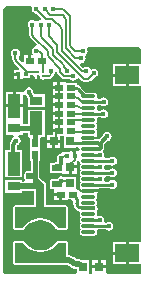
<source format=gbr>
%FSTAX24Y24*%
%MOIN*%
%SFA1B1*%

%IPPOS*%
%AMD20*
4,1,8,-0.017700,0.008100,-0.017700,-0.008100,-0.015000,-0.010800,0.015000,-0.010800,0.017700,-0.008100,0.017700,0.008100,0.015000,0.010800,-0.015000,0.010800,-0.017700,0.008100,0.0*
1,1,0.005400,-0.015000,0.008100*
1,1,0.005400,-0.015000,-0.008100*
1,1,0.005400,0.015000,-0.008100*
1,1,0.005400,0.015000,0.008100*
%
%AMD25*
4,1,8,-0.022600,0.002900,-0.022600,-0.002900,-0.019600,-0.005900,0.019600,-0.005900,0.022600,-0.002900,0.022600,0.002900,0.019600,0.005900,-0.019600,0.005900,-0.022600,0.002900,0.0*
1,1,0.006000,-0.019600,0.002900*
1,1,0.006000,-0.019600,-0.002900*
1,1,0.006000,0.019600,-0.002900*
1,1,0.006000,0.019600,0.002900*
%
%AMD26*
4,1,8,-0.024600,0.002900,-0.024600,-0.002900,-0.021600,-0.005900,0.021600,-0.005900,0.024600,-0.002900,0.024600,0.002900,0.021600,0.005900,-0.021600,0.005900,-0.024600,0.002900,0.0*
1,1,0.006000,-0.021600,0.002900*
1,1,0.006000,-0.021600,-0.002900*
1,1,0.006000,0.021600,-0.002900*
1,1,0.006000,0.021600,0.002900*
%
%ADD10C,0.011800*%
%ADD11C,0.019700*%
%ADD12C,0.009800*%
%ADD13C,0.007900*%
%ADD14C,0.013800*%
%ADD15C,0.013800*%
%ADD16R,0.030000X0.030000*%
%ADD17R,0.025000X0.020000*%
%ADD18R,0.043300X0.031500*%
%ADD19R,0.043300X0.078700*%
G04~CAMADD=20~8~0.0~0.0~217.0~354.0~27.0~0.0~15~0.0~0.0~0.0~0.0~0~0.0~0.0~0.0~0.0~0~0.0~0.0~0.0~90.0~354.0~216.0*
%ADD20D20*%
%ADD21R,0.030000X0.030000*%
%ADD22R,0.015700X0.013800*%
%ADD23R,0.020000X0.025000*%
%ADD24C,0.009100*%
G04~CAMADD=25~8~0.0~0.0~118.0~453.0~30.0~0.0~15~0.0~0.0~0.0~0.0~0~0.0~0.0~0.0~0.0~0~0.0~0.0~0.0~90.0~452.0~118.0*
%ADD25D25*%
G04~CAMADD=26~8~0.0~0.0~118.0~492.0~30.0~0.0~15~0.0~0.0~0.0~0.0~0~0.0~0.0~0.0~0.0~0~0.0~0.0~0.0~90.0~492.0~118.0*
%ADD26D26*%
%ADD27R,0.078700X0.059100*%
%ADD28R,0.019700X0.019700*%
%ADD29C,0.015700*%
%ADD30C,0.004900*%
%ADD31C,0.017700*%
%ADD32C,0.027600*%
%ADD33C,0.017700*%
%LNbot-1*%
%LPD*%
%SRX1Y1I0J0*%
G36*
X001116Y00864D02*
X001155Y008577D01*
X001149Y008543*
X00116Y008486*
X001193Y008437*
X001242Y008404*
X001299Y008393*
X001306Y008394*
X001459Y008242*
X001445Y008203*
X001431Y008181*
X001379Y008171*
X00134Y008144*
X001309Y008138*
X001289*
X001259Y008144*
X001219Y008171*
X001161Y008182*
X001104Y008171*
X001055Y008138*
X001022Y008089*
X001011Y008031*
X001022Y007974*
X001055Y007925*
X001064Y007919*
Y007686*
Y007685*
X001063*
X001077Y007618*
X001116Y007559*
X001117Y00756*
X001311Y007366*
X001297Y007327*
X001283Y007305*
X001232Y007295*
X001183Y007262*
X00115Y007213*
X001139Y007156*
X00115Y007098*
X001174Y007063*
X001158Y007015*
X001146Y007*
X001131*
Y006821*
X001031*
Y007*
X000877*
Y006798*
X000819Y006774*
X000703Y00689*
X000701Y006895*
Y006976*
X000707Y00698*
X000739Y007029*
X000751Y007087*
X000739Y007144*
X000707Y007193*
X000658Y007226*
X0006Y007237*
X000543Y007226*
X000494Y007193*
X000461Y007144*
X00045Y007087*
X000461Y007029*
X000494Y00698*
X0005Y006976*
Y006883*
X000498*
X000512Y006814*
X000551Y006755*
X000553Y006756*
X000725Y006584*
X000701Y006526*
X000541*
Y006428*
X000699*
Y006378*
X000749*
Y00623*
X000856*
Y00625*
X001083*
Y006356*
X001177*
X00123Y006299*
X00124Y006251*
X001267Y00621*
X001307Y006183*
Y006299*
X001407*
Y006183*
X001446Y00621*
X00145Y006216*
X001473Y006201*
X001514Y006193*
X001544Y006199*
X00167*
Y006197*
X001739Y006211*
X001798Y00625*
X001814Y006267*
X00183Y006283*
X00187Y006341*
X001876Y006372*
X001888Y00638*
X001921Y006429*
X001924Y006444*
X001988*
X001998Y006391*
X002038Y006332*
X00204*
X002111Y006261*
X00211Y00626*
X002168Y006221*
X002237Y006207*
Y006209*
X002409*
X002413Y006203*
X002462Y00617*
X00252Y006159*
X002577Y00617*
X002626Y006203*
X00264Y006223*
X002715Y006237*
X00277Y006182*
X002769Y006181*
X002828Y006142*
X002897Y006128*
Y00613*
X003031*
X00307Y006138*
X003102Y006159*
X003201Y006258*
X003209Y006257*
X003266Y006268*
X003315Y006301*
X003348Y00635*
X003359Y006407*
X003348Y006465*
X003315Y006514*
X003266Y006547*
X003209Y006558*
X003151Y006547*
X003111Y00652*
X003102Y006524*
X003069Y006573*
X00302Y006606*
X002963Y006617*
X002905Y006606*
X002865Y006579*
X002784Y006659*
X002752Y006692*
X002783Y00675*
X002785Y006749*
X002843Y006761*
X002892Y006793*
X002925Y006842*
X002936Y0069*
X002925Y006957*
X002943Y007017*
X002961Y007029*
X002993Y007078*
X003005Y007136*
X002993Y007193*
X002983Y007209*
X003017Y007272*
X004719*
X004755Y007257*
X004782Y00723*
X004797Y007194*
Y006774*
X004793Y006713*
X004734*
X004371*
Y006339*
Y005965*
X004734*
X004793*
X004797Y005903*
Y000849*
X004793Y000787*
X004734*
X004371*
Y000413*
Y000039*
X004734*
X004793*
X004797Y-000022*
Y-00022*
X004782Y-000256*
X004755Y-000283*
X004726Y-000295*
X004717Y-000294*
X004711Y-000295*
X004705Y-000293*
X003677*
X003624Y-000268*
Y-00023*
Y-000089*
X003396*
X003167*
Y-00023*
Y-000268*
X003114Y-000293*
X003098*
X003055Y-000248*
Y-00023*
Y00017*
X00285*
X002806Y000188*
X002714Y0002*
X002694*
X002635Y00021*
X002561Y000267*
X002539Y000276*
X002535Y000279*
X002525Y000285*
X002484Y000305*
X002446Y000326*
X002443Y000327*
X002438Y00033*
X002427Y000332*
X002411Y000335*
X002385Y000342*
X002338Y000383*
Y000761*
X002319Y000806*
X002274Y000825*
X002023*
X002018Y000823*
X002013Y000824*
X002004Y000819*
X001994Y000818*
X001987Y00081*
X001978Y000806*
X001976Y000801*
X001971Y000799*
X001939Y000755*
X001866Y000677*
X001783Y000614*
X00169Y000564*
X00159Y00053*
X001487Y000513*
X001381*
X001278Y00053*
X001178Y000564*
X001085Y000614*
X001002Y000677*
X000929Y000755*
X000897Y000799*
X000893Y000801*
X000891Y000806*
X000872Y000814*
X000855Y000824*
X00085Y000823*
X000845Y000825*
X000591*
X000545Y000806*
X000527Y000761*
Y000073*
X000545Y000028*
X000591Y000009*
X002274*
X002303Y000021*
X002334*
X002341Y000018*
X002344Y000016*
X002354Y000009*
X002355*
X002395Y-000011*
X002396*
X002408Y-000017*
X002409Y-000018*
X002482Y-000073*
X002568Y-000109*
X002637Y-000118*
Y-00023*
Y-000248*
X002593Y-000293*
X000276*
X000241Y-000279*
X000213Y-000252*
X000199Y-000216*
Y-000197*
Y008543*
Y008562*
X000213Y008598*
X000241Y008625*
X000276Y00864*
X000295*
X001116*
G37*
G36*
X000845Y000761D02*
X000879Y000714D01*
X000959Y00063*
X00105Y00056*
X001153Y000505*
X001262Y000468*
X001376Y000449*
X001492*
X001606Y000468*
X001716Y000505*
X001818Y00056*
X001909Y00063*
X001989Y000714*
X002023Y000761*
X002274*
Y000073*
X000591*
Y000761*
X000845*
G37*
%LNbot-2*%
%LPC*%
%SRX1Y1I0J0*%
G36*
X004271Y006713D02*
X003848D01*
Y006389*
X004271*
Y006713*
G37*
G36*
X000649Y006328D02*
X000541D01*
Y00623*
X000649*
Y006328*
G37*
G36*
X001997Y006104D02*
X001843D01*
Y005975*
X001997*
Y006104*
G37*
G36*
X004271Y006289D02*
X003848D01*
Y005965*
X004271*
Y006289*
G37*
G36*
X000515Y005792D02*
X00027D01*
Y005369*
X000515*
Y005792*
G37*
G36*
X002251Y006104D02*
D01*
X002097*
Y005925*
X002047*
Y005875*
X001843*
Y005746*
Y005688*
X002047*
Y005588*
X001843*
Y005459*
Y0054*
X002047*
Y0053*
X001843*
Y005172*
Y005113*
X002047*
Y005013*
X001843*
Y004884*
Y004826*
X002047*
Y004726*
X001843*
Y004597*
Y004538*
X002047*
Y004438*
X001843*
Y004363*
X001641*
Y004184*
X002099*
Y004309*
X002202*
X002211*
Y004296*
Y003925*
X002629*
Y003955*
X002696*
X002744Y003898*
Y003865*
X002734Y003834*
X002686Y003809*
X002619*
Y003661*
X002519*
Y003809*
X002411*
Y003789*
X002185*
X002132Y003737*
X002074Y003726*
X002025Y003693*
X001993Y003645*
X001981Y003587*
X001993Y003529*
X001996Y003525*
Y003513*
X001978Y003457*
X001959*
X001909Y003447*
X001878Y003427*
X001828*
X001795Y00342*
X001766Y003401*
X001747Y003373*
X00174Y003339*
Y003177*
X001747Y003143*
X001766Y003115*
X001795Y003096*
X001828Y003089*
X002128*
X00213*
X002193Y003057*
X002371*
Y003286*
X002421*
Y003336*
X00265*
Y003466*
X002671Y00348*
X002738Y00346*
X002744Y003454*
Y003445*
X002751Y00341*
X002771Y003381*
Y003371*
X002751Y003342*
X002744Y003307*
Y003248*
X002751Y003213*
X002771Y003184*
Y003174*
X002751Y003145*
X002744Y00311*
Y003051*
X002751Y003017*
X002771Y002987*
Y002977*
X002751Y002948*
X002744Y002913*
Y002854*
X002751Y00282*
X002771Y00279*
Y00278*
X002751Y002751*
X002744Y002717*
Y002657*
X002751Y002623*
X002759Y002611*
X002757Y002598*
X002733Y002562*
X002688Y002523*
X00263Y002537*
Y002586*
Y002945*
X002212*
X002184Y002957*
X002173Y002964*
X002115Y002975*
X002058Y002964*
X002009Y002931*
X001976Y002882*
X001975Y002876*
X001828*
X001795Y002869*
X001766Y00285*
X001747Y002822*
X00174Y002788*
Y002625*
X001747Y002592*
X001766Y002563*
X001795Y002544*
X001828Y002538*
X001897*
Y002414*
X002101*
Y002364*
X002151*
Y002185*
X002304*
X002359Y002205*
X002464*
X002527Y002142*
Y002131*
Y002068*
Y002067*
X002537Y001995*
X002564Y001928*
X002609Y00187*
X002666Y001826*
X002704Y00181*
X002736Y001781*
X002745Y001733*
X002744Y001732*
Y001673*
X002751Y001639*
X002771Y001609*
Y001599*
X002751Y00157*
X002744Y001535*
Y001476*
X002751Y001442*
X002771Y001413*
Y001402*
X002751Y001373*
X002744Y001339*
Y00128*
X002751Y001245*
X002771Y001216*
Y001206*
X002751Y001176*
X002744Y001142*
Y001083*
X002751Y001048*
X002771Y001019*
X0028Y000999*
X002835Y000992*
X003228*
X003263Y000999*
X003292Y001019*
X003312Y001048*
X003319Y001083*
Y001142*
X003367Y001199*
X00361*
X003653Y00117*
X003711Y001159*
X003768Y00117*
X003817Y001203*
X00385Y001251*
X003861Y001309*
X00385Y001367*
X003817Y001415*
X003768Y001448*
X003711Y00146*
X003653Y001448*
X00361Y001419*
X003595*
X003551Y001482*
X003556Y001506*
X003545Y001564*
X003512Y001612*
X003463Y001645*
X003406Y001656*
X003378Y001651*
X003364Y001656*
X003322Y001693*
X003319Y001699*
Y001732*
X003312Y001767*
X003294Y001794*
X003312Y001806*
X003331Y001836*
X003338Y00187*
Y001929*
X003331Y001964*
X003312Y001993*
X003294Y002005*
X003312Y002032*
X003319Y002067*
Y002126*
X003312Y002161*
X003292Y00219*
Y0022*
X003312Y002229*
X003319Y002264*
Y002323*
X003312Y002357*
X003304Y002369*
X003306Y002383*
X00333Y002418*
X003335Y00244*
X003031*
Y00254*
X003357*
X003391Y002577*
X003743*
X003771Y002558*
X003829Y002546*
X003886Y002558*
X003935Y00259*
X003968Y002639*
X003979Y002697*
X003968Y002754*
X003935Y002803*
X003886Y002836*
X003829Y002847*
X003771Y002836*
X003722Y002803*
X003718Y002797*
X003605*
X003561Y00286*
X003566Y002884*
X003561Y002907*
X003605Y00297*
X003743*
X003771Y002951*
X003829Y00294*
X003886Y002951*
X003935Y002984*
X003968Y003033*
X003979Y003091*
X003968Y003148*
X003935Y003197*
X003886Y00323*
X003829Y003241*
X003771Y00323*
X003722Y003197*
X003718Y003191*
X003605*
X003561Y003254*
X003566Y003278*
X003561Y003301*
X003605Y003364*
X003728*
X003771Y003335*
X003829Y003324*
X003886Y003335*
X003935Y003368*
X003968Y003417*
X003979Y003474*
X003968Y003532*
X003935Y003581*
X003886Y003613*
X003829Y003625*
X003771Y003613*
X003728Y003585*
X003595*
X003551Y003648*
X003556Y003671*
X003545Y003729*
X003519Y003768*
X003526Y003828*
X003552Y003867*
X003562Y003914*
Y004041*
X003676Y004156*
X003709Y004162*
X003758Y004195*
X003791Y004244*
X003802Y004301*
X003791Y004359*
X003758Y004408*
X003709Y00444*
X003652Y004452*
X003594Y00444*
X003545Y004408*
X003512Y004359*
X003506Y004326*
X0034Y00422*
X003376Y004225*
X003339Y004248*
Y004291*
X00333Y004334*
X003306Y004369*
X003304Y004383*
X003312Y004395*
X003319Y004429*
Y004488*
X003312Y004523*
X003292Y004552*
Y004562*
X003312Y004591*
X003319Y004626*
Y004685*
X003312Y00472*
X003292Y004749*
Y004759*
X003312Y004788*
X003319Y004823*
Y004882*
X003367Y004939*
X003433*
X003476Y00491*
X003533Y004899*
X003591Y00491*
X00364Y004943*
X003673Y004992*
X003684Y005049*
X003673Y005107*
X00364Y005156*
X003591Y005188*
X003533Y0052*
X003476Y005188*
X003433Y00516*
X003367*
X003319Y005217*
Y005276*
X003367Y005333*
X003452*
X003482Y005312*
X00354Y005301*
X003598Y005312*
X003646Y005345*
X003679Y005394*
X00369Y005451*
X003679Y005509*
X003646Y005558*
X003598Y00559*
X00354Y005602*
X003482Y00559*
X003433Y005558*
X003431Y005553*
X003367*
X003319Y00561*
Y005669*
X003312Y005704*
X003292Y005733*
X003263Y005753*
X003228Y00576*
X002959*
X002799Y00592*
X002757Y005965*
X002756Y005966*
X002688Y006012*
X002635Y006022*
Y006084*
X002306*
X002251Y006104*
G37*
G36*
X001043Y005938D02*
X000986Y005926D01*
X000937Y005894*
X000904Y005845*
X000903Y005837*
X000861Y005792*
X000833*
X000615*
Y005369*
X000861*
Y005682*
X000924Y005701*
X000937Y005681*
X000952Y005671*
X000995Y005631*
X001012Y005586*
X001022Y00557*
Y005276*
X001573*
Y005709*
X00123*
X001189Y005766*
X001194Y005787*
X001182Y005845*
X00115Y005894*
X001101Y005926*
X001043Y005938*
G37*
G36*
X002099Y004084D02*
X00192D01*
Y003905*
X002099*
Y004084*
G37*
G36*
X00182D02*
X001641D01*
Y003905*
X00182*
Y004084*
G37*
G36*
X00265Y003236D02*
X002471D01*
Y003057*
X00265*
Y003236*
G37*
G36*
X000861Y005269D02*
X000565D01*
X00027*
Y004847*
X00028*
X00029Y004788*
Y004784*
Y004355*
X000527*
X000546Y004292*
X000514Y00427*
X000481Y004221*
X000478Y004205*
X000437Y004152*
X00041Y004087*
X000402Y004021*
X000401Y004018*
Y003839*
X000266*
Y002933*
X000817*
Y003839*
X000662*
Y004016*
X000664Y004018*
X000678Y004024*
X000727Y004057*
X000759Y004106*
X000771Y004163*
X000759Y004221*
X000727Y00427*
X000694Y004292*
X000713Y004355*
X000841*
Y004421*
X001022*
Y004292*
X001042*
X001091Y004259*
Y003873*
Y003828*
Y003487*
X00111Y00347*
Y003151*
X000982*
X000948Y003145*
X00092Y003126*
X000901Y003097*
X000894Y003063*
Y002901*
X000901Y002867*
X000905Y002861*
X000876Y002798*
X000817*
Y002854*
X000266*
Y002421*
X000817*
Y002477*
X001231*
Y002006*
X000581*
X000536Y001988*
X000517Y001943*
Y001257*
X000536Y001212*
X000581Y001193*
X000842*
X000846Y001195*
X000851Y001194*
X000868Y001204*
X000887Y001212*
X000889Y001216*
X000893Y001219*
X000925Y001262*
X000998Y001339*
X001081Y001403*
X001174Y001452*
X001273Y001485*
X001376Y001502*
X001481*
X001585Y001485*
X001684Y001452*
X001776Y001403*
X00186Y001339*
X001933Y001262*
X001965Y001219*
X001969Y001216*
X001971Y001212*
X001989Y001204*
X002006Y001194*
X002011Y001195*
X002016Y001193*
X002274*
X002319Y001212*
X002338Y001257*
Y001943*
X002319Y001988*
X002274Y002006*
X001632*
Y002638*
X001617Y002715*
X001574Y00278*
X001539Y002803*
X001531Y002821*
X00139Y002962*
Y003487*
X001409*
Y003873*
Y003918*
Y004259*
X001458Y004292*
X001573*
Y005197*
X001022*
Y004722*
X000843*
X000841Y004785*
Y004788*
X000851Y004847*
X000861*
Y005269*
G37*
G36*
X002051Y002314D02*
X001897D01*
Y002185*
X002051*
Y002314*
G37*
G36*
X004271Y000787D02*
X003848D01*
Y000463*
X004271*
Y000787*
G37*
G36*
Y000363D02*
X003848D01*
Y000039*
X004271*
Y000363*
G37*
G36*
X003624Y000189D02*
X003446D01*
Y000011*
X003624*
Y000189*
G37*
G36*
X003346D02*
X003167D01*
Y000011*
X003346*
Y000189*
G37*
%LNbot-3*%
%LPD*%
%SRX1Y1I0J0*%
G36*
X001486Y002776D02*
Y002756D01*
X001368*
X00125Y002638*
X001299Y002963*
X001486Y002776*
G37*
G36*
X002274Y001257D02*
X002016D01*
X001982Y001303*
X001903Y001387*
X001811Y001457*
X001709Y001511*
X0016Y001548*
X001486Y001566*
X001371*
X001258Y001548*
X001148Y001511*
X001047Y001457*
X000955Y001387*
X000876Y001303*
X000842Y001257*
X000581*
Y001943*
X002274*
Y001257*
G37*
G54D10*
X003435Y004035D02*
D01*
D01*
G75*
G03X003357Y004065I-000080J-000093D01*
G74*G01*
X00332Y003878D02*
X003406D01*
X00331Y003868D02*
X00332Y003878D01*
X003031Y003868D02*
X00331D01*
X003406Y003878D02*
X003441Y003914D01*
Y004091*
X003357Y004065D02*
D01*
X003031D02*
X003357D01*
X003441Y004091D02*
X003652Y004301D01*
G54D11*
X002841Y-000007D02*
D01*
D01*
G75*
G03X002714Y000039I-000124J-000146D01*
G74*G01*
X002377Y000182D02*
D01*
D01*
G75*
G03X002419Y000157I000118J000151D01*
G74*G01*
X002521Y000097D02*
D01*
D01*
G75*
G03X00266Y000039I000141J000144D01*
G74*G01*
X001634Y000269D02*
D01*
D01*
G75*
G03X001487Y000236I-000034J-000192D01*
G74*G01*
X002521Y000097D02*
D01*
D01*
G75*
G03X00246Y000138I-000132J-000130D01*
G74*G01*
X002841Y-000007D02*
X002844Y-00001D01*
X002419Y000157D02*
X00246Y000138D01*
X002377Y000182D02*
D01*
X00266Y000039D02*
X002714D01*
X0006Y002638D02*
X00125D01*
X001354*
X001427*
X001432Y000197D02*
X001487Y000236D01*
X001634Y000269D02*
X002146Y000182D01*
X002844Y-00001D02*
D01*
X002146Y000182D02*
X002377D01*
G54D12*
X002461Y004094D02*
D01*
D01*
G75*
G03X002531Y004065I000070J000070D01*
G74*G01*
X002895Y005668D02*
D01*
D01*
G75*
G03X002964Y00564I000067J000068D01*
G74*G01*
X002677Y005886D02*
D01*
D01*
G75*
G03X002606Y005915I-000068J-000067D01*
G74*G01*
X00247Y005925D02*
D01*
D01*
G75*
G03X002513Y005915I000044J000092D01*
G74*G01*
X002638Y002068D02*
D01*
D01*
G75*
G03X002805Y0019I000166J-000001D01*
G74*G01*
X002638Y002215D02*
D01*
D01*
G75*
G03X002609Y002284I-000095J0D01*
G74*G01*
X0035Y005443D02*
D01*
D01*
G75*
G03X00354Y005451I-000001J000110D01*
G74*G01*
X001068Y005759D02*
D01*
D01*
G75*
G03X001079Y005714I000105J000002D01*
G74*G01*
X001112Y005636D02*
D01*
D01*
G75*
G03X001137Y005597I000079J000023D01*
G74*G01*
X001103Y005665D02*
D01*
D01*
G75*
G03X001096Y005682I-000124J-000041D01*
G74*G01*
X002531Y004065D02*
X002689D01*
X002531D02*
D01*
X002441Y004114D02*
X002461Y004094D01*
X002964Y00564D02*
X003031D01*
X002895Y005668D02*
D01*
X002513Y005915D02*
X002606D01*
X002677Y005886D02*
X002895Y005668D01*
X00247Y005925D02*
D01*
X003031Y003081D02*
X003829D01*
X003031Y005443D02*
X0035D01*
X002689Y004065D02*
X003031D01*
X003406Y001506D02*
D01*
X003031D02*
X003406D01*
X00129Y004737D02*
X001298Y004745D01*
X00129Y004737D02*
D01*
X001124Y004571D02*
X00129Y004737D01*
X002638Y002068D02*
Y002215D01*
X003031Y0019D02*
D01*
X002805D02*
X003031D01*
X002529Y002364D02*
X002609Y002284D01*
X003031Y001309D02*
X003711D01*
X003031Y002687D02*
X003829D01*
X00354Y005451D02*
X003543Y005453D01*
X001079Y005714D02*
X001096Y005682D01*
X001103Y005665D02*
X001112Y005636D01*
X001068Y005759D02*
Y005763D01*
X001137Y005597D02*
X001241Y005493D01*
X001298*
X003543Y005453D02*
D01*
X003031Y002884D02*
X003415D01*
X003031Y003671D02*
X003406D01*
X003031Y003278D02*
X003415D01*
X003031Y003474D02*
X003819D01*
X003031Y005049D02*
X003533D01*
X001043Y005787D02*
X001068Y005763D01*
X002504Y002364D02*
X002529D01*
G54D13*
X001758Y006355D02*
D01*
D01*
G75*
G03X001781Y006411I-000054J000055D01*
G74*G01*
X00167Y006299D02*
D01*
D01*
G75*
G03X001726Y006322I-0J000080D01*
G74*G01*
X001854Y008195D02*
D01*
D01*
G75*
G03X001798Y008219I-000057J-000057D01*
G74*G01*
X002136Y007881D02*
D01*
D01*
G75*
G03X002113Y007937I-000080J-0D01*
G74*G01*
X001841Y007192D02*
D01*
D01*
G75*
G03X001817Y007247I-000071J000001D01*
G74*G01*
X001841Y00708D02*
D01*
D01*
G75*
G03X001864Y007024I000080J0D01*
G74*G01*
X001978Y007149D02*
D01*
D01*
G75*
G03X002001Y007093I000080J0D01*
G74*G01*
X001978Y007339D02*
D01*
D01*
G75*
G03X001955Y007395I-000080J-0D01*
G74*G01*
X002585Y006923D02*
D01*
D01*
G75*
G03X002641Y0069I000055J000054D01*
G74*G01*
X002283Y007257D02*
D01*
D01*
G75*
G03X002307Y007201I000075J-0D01*
G74*G01*
X002283Y008185D02*
D01*
D01*
G75*
G03X002261Y008241I-000085J-000001D01*
G74*G01*
X002136Y007198D02*
D01*
D01*
G75*
G03X002159Y007142I000080J0D01*
G74*G01*
X002224Y006631D02*
D01*
D01*
G75*
G03X002201Y006687I-000080J-0D01*
G74*G01*
X002169Y008333D02*
D01*
D01*
G75*
G03X002113Y008356I-000054J-000052D01*
G74*G01*
X002841Y006253D02*
D01*
D01*
G75*
G03X002897Y00623I000055J000054D01*
G74*G01*
X002224Y006625D02*
D01*
D01*
G75*
G03X002247Y006569I000080J0D01*
G74*G01*
X001456Y007642D02*
D01*
D01*
G75*
G03X001479Y007586I000080J0D01*
G74*G01*
X001693Y007094D02*
D01*
D01*
G75*
G03X00167Y007149I-000075J0D01*
G74*G01*
X002087Y006543D02*
D01*
D01*
G75*
G03X002063Y006598I-000071J000001D01*
G74*G01*
X001165Y007686D02*
D01*
D01*
G75*
G03X001188Y007631I000080J000001D01*
G74*G01*
X002208Y00852D02*
D01*
D01*
G75*
G03X002152Y008543I-000054J-000052D01*
G74*G01*
X002431Y008265D02*
D01*
D01*
G75*
G03X002408Y008321I-000080J-0D01*
G74*G01*
X002772Y005476D02*
D01*
D01*
G75*
G03X002828Y005453I000055J000054D01*
G74*G01*
X002465Y005623D02*
D01*
D01*
G75*
G03X002521Y0056I000055J000054D01*
G74*G01*
X002671Y005577D02*
D01*
D01*
G75*
G03X002615Y0056I-000055J-000054D01*
G74*G01*
X00249Y004783D02*
D01*
D01*
G75*
G03X002536Y004806I-000009J000076D01*
G74*G01*
X002615Y004852D02*
D01*
D01*
G75*
G03X002559Y004829I000002J-000085D01*
G74*G01*
X001693Y007001D02*
D01*
D01*
G75*
G03X001716Y006945I000085J000002D01*
G74*G01*
X002182Y006332D02*
D01*
D01*
G75*
G03X002237Y006309I000055J000054D01*
G74*G01*
X002539Y00532D02*
D01*
D01*
G75*
G03X002588Y005304I000044J000054D01*
G74*G01*
X002732Y00528D02*
D01*
D01*
G75*
G03X002675Y005304I-000057J-000057D01*
G74*G01*
X002743Y005269D02*
D01*
D01*
G75*
G03X002798Y005246I000055J000054D01*
G74*G01*
X002047Y004488D02*
D01*
D01*
G75*
G03X002063Y004536I-000066J000048D01*
G74*G01*
X002523Y003816D02*
D01*
D01*
G75*
G03X002467Y003839I-000055J-000054D01*
G74*G01*
X001872Y003917D02*
D01*
D01*
G75*
G03X001951Y003839I000077J-0D01*
G74*G01*
X002431Y007336D02*
D01*
D01*
G75*
G03X002454Y00728I000080J0D01*
G74*G01*
X002575Y007159D02*
D01*
D01*
G75*
G03X002631Y007136I000055J000054D01*
G74*G01*
X002087Y00646D02*
D01*
D01*
G75*
G03X00211Y006404I000080J0D01*
G74*G01*
X000945Y006473D02*
D01*
D01*
G75*
G03X000922Y006529I-000080J-0D01*
G74*G01*
X0006Y006883D02*
D01*
D01*
G75*
G03X000623Y006827I000080J0D01*
G74*G01*
X001485Y007025D02*
D01*
D01*
G75*
G03X001459Y007098I-000113J0D01*
G74*G01*
D01*
D01*
G75*
G03X00134Y007156I-000122J-000100D01*
G74*G01*
X003484Y0044D02*
Y004665D01*
X003327Y004242D02*
X003484Y0044D01*
X003051Y004242D02*
X003327D01*
X003031Y004262D02*
X003051Y004242D01*
X002461Y003278D02*
X002677D01*
X002687Y003287*
Y002598D02*
Y003287D01*
Y002598D02*
X002795Y00249D01*
X003031*
X001758Y006355D02*
D01*
X001726Y006322D02*
X001758Y006355D01*
X001514Y006299D02*
X00167D01*
X00187Y002746D02*
X00202D01*
X002115Y002825D02*
X002421D01*
X00202Y002746D02*
X002099Y002825D01*
X002115*
X002126Y003583D02*
X002154D01*
X002136Y007198D02*
Y007881D01*
X001624Y008219D02*
X001798D01*
X001854Y008195D02*
X002113Y007937D01*
X001864Y007024D02*
X002185Y006703D01*
X001479Y007586D02*
X001817Y007247D01*
X001841Y00708D02*
Y007192D01*
X001713Y007638D02*
X001955Y007395D01*
X002001Y007093D02*
X002841Y006253D01*
X001978Y007149D02*
Y007339D01*
X001713Y007638D02*
Y008031D01*
X002159Y007142D02*
X002713Y006588D01*
X001762Y008356D02*
X002113D01*
X002307Y007201D02*
X002585Y006923D01*
X002713Y006588D02*
X002825Y006476D01*
X002307Y007201D02*
D01*
X002169Y008333D02*
X00226Y008242D01*
X002283Y008185D02*
Y007257D01*
X002224Y006631D02*
D01*
Y006625D02*
Y006631D01*
X002897Y00623D02*
X003031D01*
X001456Y007642D02*
Y008013D01*
X002247Y006569D02*
X002313Y006504D01*
X001693Y007094D02*
Y007093D01*
Y007001D02*
Y007093D01*
X001188Y007631D02*
X00167Y007149D01*
X001165Y007686D02*
Y008028D01*
X002431Y007336D02*
Y008265D01*
X00185Y008543D02*
X002152D01*
X002208Y00852D02*
X002408Y008321D01*
X002828Y005453D02*
X002943D01*
X002828D02*
D01*
X002521Y0056D02*
X002615D01*
X002671Y005577D02*
X002772Y005476D01*
X002451Y005638D02*
X002465Y005623D01*
X002615Y004852D02*
D01*
X003031*
X00249Y004783D02*
D01*
X002536Y004806D02*
X002559Y004829D01*
X002825Y006476D02*
X002972D01*
X003031Y00623D02*
X003209Y006407D01*
X002237Y006309D02*
X002546D01*
X001716Y006945D02*
X002063Y006598D01*
X002087Y00646D02*
Y006542D01*
Y006543D02*
Y006542D01*
X00211Y006404D02*
X002182Y006332D01*
X002732Y00528D02*
X002743Y005269D01*
X002539Y00532D02*
D01*
X002588Y005304D02*
X002675D01*
X002798Y005246D02*
X003031D01*
X00249Y005049D02*
X003031D01*
X00248Y005059D02*
X00249Y005049D01*
X002569Y003522D02*
Y00377D01*
X002047Y004488D02*
D01*
X001872Y003917D02*
Y004134D01*
X001959Y004222D02*
Y004488D01*
X00187Y004134D02*
X001959Y004222D01*
X002461Y004459D02*
X003031D01*
X002451Y004449D02*
X002461Y004459D01*
X002523Y003816D02*
X002569Y00377D01*
X001951Y003839D02*
X002467D01*
X002293Y003632D02*
X002323Y003661D01*
X002106Y003583D02*
X002126D01*
X002203Y003632D02*
X002293D01*
X002154Y003583D02*
X002203Y003632D01*
X002421Y003375D02*
X002569Y003522D01*
X002063Y004536D02*
Y005863D01*
X002454Y00728D02*
X002575Y007159D01*
X00226Y008242D02*
X002261Y008241D01*
X002631Y007136D02*
X002854D01*
X002631D02*
D01*
X002641Y0069D02*
X002785D01*
X002313Y006496D02*
Y006504D01*
X001437Y008031D02*
X001456Y008013D01*
X001161Y008031D02*
X001165Y008028D01*
X000623Y006827D02*
X000922Y006529D01*
X0006Y006883D02*
Y007087D01*
X000945Y006457D02*
Y006473D01*
Y006378D02*
Y006457D01*
X001357*
X001485Y007025D02*
Y007024D01*
X001459Y007098D02*
D01*
X001339Y007156D02*
X00134D01*
X001485Y007024D02*
Y006821D01*
X001289Y007156D02*
X001339D01*
X001781Y006411D02*
Y006486D01*
X001575Y008543D02*
X001762Y008356D01*
X001299Y008543D02*
X001624Y008219D01*
X001514Y006457D02*
Y006791D01*
G54D14*
X002087Y003327D02*
D01*
D01*
G75*
G03X002126Y003423I-000096J000095D01*
G74*G01*
X002086Y003326D02*
D01*
D01*
G75*
G02X002087Y003327I000097J-000096D01*
G74*G01*
X000572Y004115D02*
D01*
D01*
G75*
G03X000531Y004018I000101J-000100D01*
G74*G01*
Y003437D02*
D01*
D01*
G75*
G03X000541Y003386I000132J-0D01*
G74*G01*
X00129Y004737D02*
D01*
D01*
G75*
G03X00125Y00464I000098J-000097D01*
G74*G01*
X002087Y003327D02*
D01*
X001978D02*
X002087D01*
X001959D02*
X001978D01*
X002086Y003326D02*
X002087Y003327D01*
X002126Y003423D02*
Y003583D01*
X000541Y003386D02*
D01*
X000531Y003437D02*
Y004018D01*
X000572Y004115D02*
X00062Y004163D01*
G54D15*
X00129Y004737D03*
G54D16*
X003396Y-000039D03*
X002846D03*
X00187Y004134D03*
X00242D03*
G54D17*
X002504Y002364D03*
X002101D03*
X001081Y006821D03*
X001485D03*
X002451Y004488D03*
X002047D03*
X002451Y004776D03*
X002047D03*
Y005063D03*
X002451D03*
Y00535D03*
X002047D03*
Y005638D03*
X002451D03*
Y005925D03*
X002047D03*
G54D18*
X000541Y002638D03*
X000565Y004571D03*
X001298Y005493D03*
G54D19*
X000541Y003386D03*
X000565Y005319D03*
X001298Y004745D03*
G54D20*
X001132Y002982D03*
X001978Y002707D03*
Y003258D03*
G54D21*
X002421Y002736D03*
Y003286D03*
G54D22*
X002569Y003661D03*
X002323D03*
X000699Y006378D03*
X000945D03*
G54D23*
X00125Y004075D03*
Y003671D03*
G54D24*
X001357Y006457D03*
Y006299D03*
X001514Y006457D03*
Y006299D03*
G54D25*
X003031Y003868D03*
Y004262D03*
Y004065D03*
Y005443D03*
Y00564D03*
Y005049D03*
Y005246D03*
Y004852D03*
Y004656D03*
Y004459D03*
Y00249D03*
Y002687D03*
Y002884D03*
Y003278D03*
Y003081D03*
Y003671D03*
Y003474D03*
Y002096D03*
Y002293D03*
Y001703D03*
Y001506D03*
Y001309D03*
Y001112D03*
G54D26*
X003031Y0019D03*
G54D27*
X004321Y000413D03*
Y006339D03*
G54D28*
X001432Y001811D03*
Y000197D03*
G54D29*
X00125Y00293D02*
Y00347D01*
X001431Y002677D02*
X001437D01*
X00125Y002697D02*
Y00293D01*
Y002929D02*
Y00293D01*
Y00347D02*
Y003671D01*
G54D30*
X003819Y003474D02*
X003829Y003484D01*
X003711Y001309D02*
D01*
X003406Y003671D02*
D01*
X003415Y003278D02*
D01*
X003031Y005049D02*
D01*
X001485Y006821D02*
X001514Y006791D01*
G54D31*
X00125Y004075D02*
Y00464D01*
X000565Y004571D02*
X001124D01*
G54D32*
X001432Y001896D02*
Y002638D01*
G54D33*
X002785Y0069D03*
X003209Y006407D03*
X00252Y006309D03*
X001437Y002677D03*
X00123Y006073D03*
X003406Y001506D03*
X000984Y002303D03*
X001821Y001004D03*
X001033D03*
X000374Y006083D03*
X000846Y006073D03*
X003524Y006693D03*
X003494Y004665D03*
X000335Y006713D03*
X004429Y001959D03*
X004456Y00136D03*
X002377Y000182D03*
X002146D03*
X003711Y001309D03*
X003652Y004301D03*
X002313Y006496D03*
X000522Y007953D03*
X0006Y007087D03*
X001713Y008031D03*
X001781Y006486D03*
X002963Y006467D03*
X00185Y008543D03*
X001437Y008031D03*
X002854Y007136D03*
X00062Y004163D03*
X001575Y008543D03*
X002115Y002825D03*
X002132Y003587D03*
X001299Y008543D03*
X001161Y008031D03*
X001289Y007156D03*
X003829Y003474D03*
Y002697D03*
X003415Y002884D03*
X003829Y003091D03*
X003415Y003278D03*
X003406Y003671D03*
X00354Y005451D03*
X003533Y005049D03*
X001043Y005787D03*
M02*
</source>
